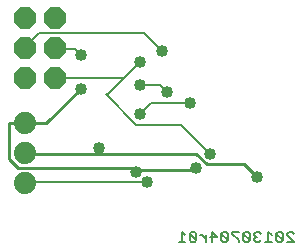
<source format=gbl>
G75*
G70*
%OFA0B0*%
%FSLAX24Y24*%
%IPPOS*%
%LPD*%
%AMOC8*
5,1,8,0,0,1.08239X$1,22.5*
%
%ADD10C,0.0060*%
%ADD11OC8,0.0740*%
%ADD12C,0.0740*%
%ADD13C,0.0100*%
%ADD14C,0.0400*%
%ADD15C,0.0080*%
D10*
X006638Y000755D02*
X006865Y000755D01*
X006751Y000755D02*
X006751Y001095D01*
X006865Y000982D01*
X007006Y001039D02*
X007006Y000812D01*
X007063Y000755D01*
X007177Y000755D01*
X007233Y000812D01*
X007006Y001039D01*
X007063Y001095D01*
X007177Y001095D01*
X007233Y001039D01*
X007233Y000812D01*
X007370Y000982D02*
X007427Y000982D01*
X007540Y000868D01*
X007540Y000755D02*
X007540Y000982D01*
X007682Y000925D02*
X007908Y000925D01*
X007738Y001095D01*
X007738Y000755D01*
X008050Y000812D02*
X008050Y001039D01*
X008277Y000812D01*
X008220Y000755D01*
X008107Y000755D01*
X008050Y000812D01*
X008050Y001039D02*
X008107Y001095D01*
X008220Y001095D01*
X008277Y001039D01*
X008277Y000812D01*
X008418Y001039D02*
X008645Y000812D01*
X008645Y000755D01*
X008787Y000812D02*
X008843Y000755D01*
X008957Y000755D01*
X009013Y000812D01*
X008787Y001039D01*
X008787Y000812D01*
X008787Y001039D02*
X008843Y001095D01*
X008957Y001095D01*
X009013Y001039D01*
X009013Y000812D01*
X009155Y000812D02*
X009212Y000755D01*
X009325Y000755D01*
X009382Y000812D01*
X009523Y000755D02*
X009750Y000755D01*
X009637Y000755D02*
X009637Y001095D01*
X009750Y000982D01*
X009891Y001039D02*
X009891Y000812D01*
X009948Y000755D01*
X010062Y000755D01*
X010118Y000812D01*
X009891Y001039D01*
X009948Y001095D01*
X010062Y001095D01*
X010118Y001039D01*
X010118Y000812D01*
X010260Y000755D02*
X010487Y000755D01*
X010260Y000982D01*
X010260Y001039D01*
X010317Y001095D01*
X010430Y001095D01*
X010487Y001039D01*
X009382Y001039D02*
X009325Y001095D01*
X009212Y001095D01*
X009155Y001039D01*
X009155Y000982D01*
X009212Y000925D01*
X009155Y000868D01*
X009155Y000812D01*
X009212Y000925D02*
X009268Y000925D01*
X008645Y001095D02*
X008418Y001095D01*
X008418Y001039D01*
D11*
X002517Y006225D03*
X001517Y006225D03*
X001517Y007225D03*
X002517Y007225D03*
X002517Y008225D03*
X001517Y008225D03*
D12*
X001517Y002725D03*
X001517Y003725D03*
X001517Y004725D03*
D13*
X002237Y004725D01*
X003377Y005865D01*
X001517Y004725D02*
X000977Y004725D01*
X000977Y003525D01*
X001277Y003225D01*
X005117Y003225D01*
X005237Y003105D01*
X005237Y003165D01*
X007157Y003165D01*
X007217Y003225D01*
X007577Y003345D02*
X007217Y003705D01*
X003977Y003705D01*
X003977Y003885D01*
X003977Y003705D02*
X001517Y003705D01*
X001517Y003725D01*
X007577Y003345D02*
X008837Y003345D01*
X009257Y002925D01*
D14*
X009257Y002925D03*
X007697Y003705D03*
X007217Y003225D03*
X005597Y002745D03*
X005237Y003105D03*
X003977Y003885D03*
X005357Y005025D03*
X006257Y005745D03*
X007037Y005385D03*
X005357Y005985D03*
X005357Y006765D03*
X006077Y007125D03*
X003377Y007005D03*
X003377Y005865D03*
D15*
X004217Y005685D02*
X005237Y004665D01*
X006737Y004665D01*
X007697Y003705D01*
X007037Y005385D02*
X005717Y005385D01*
X005357Y005025D01*
X006257Y005745D02*
X006017Y005985D01*
X005357Y005985D01*
X004817Y006225D02*
X002517Y006225D01*
X003377Y007005D02*
X003197Y007185D01*
X002537Y007185D01*
X002517Y007225D01*
X001997Y007725D02*
X005477Y007725D01*
X006077Y007125D01*
X005357Y006765D02*
X004817Y006225D01*
X004277Y005685D01*
X004217Y005685D01*
X001997Y007725D02*
X001517Y007245D01*
X001517Y007225D01*
X001517Y002745D02*
X001517Y002725D01*
X001517Y002745D02*
X005597Y002745D01*
M02*

</source>
